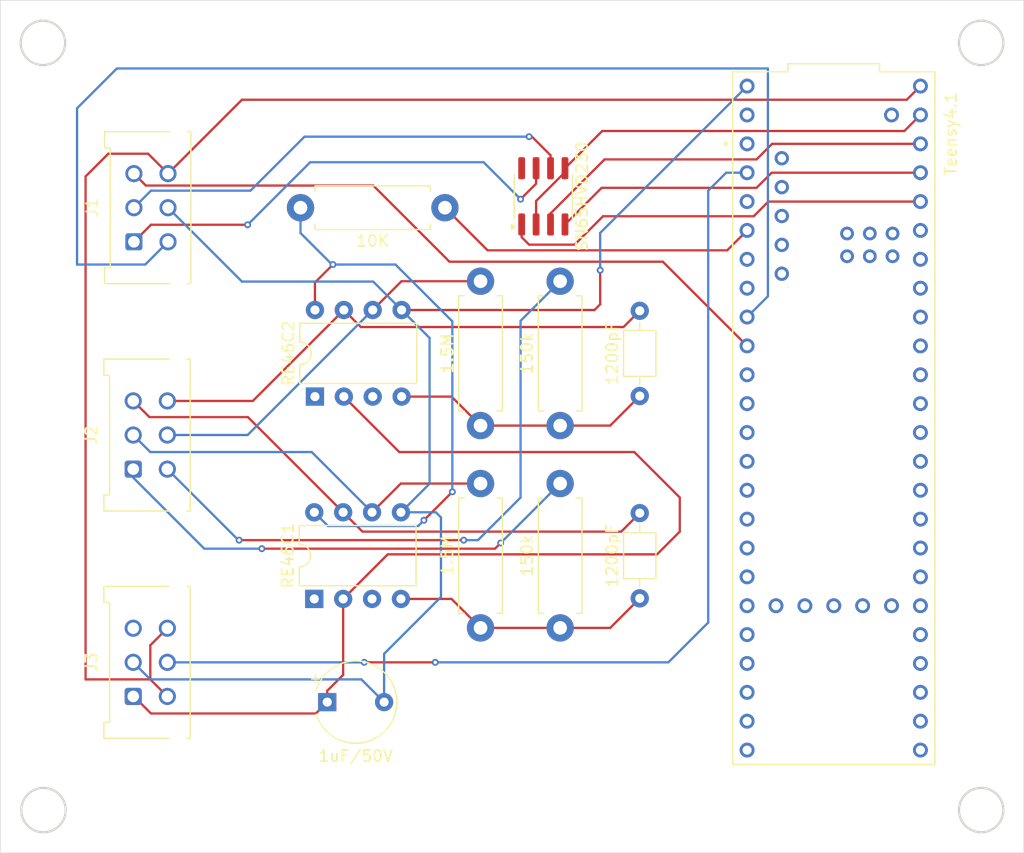
<source format=kicad_pcb>
(kicad_pcb (version 20240108) (generator "pcbnew") (generator_version "8.0")
  (layers (0 "F.Cu" signal) (31 "B.Cu" signal) (34 "B.Paste" user) (35 "F.Paste" user) (36 "B.SilkS" user "B.Silkscreen") (37 "F.SilkS" user "F.Silkscreen") (38 "B.Mask" user) (39 "F.Mask" user) (44 "Edge.Cuts" user))
  (net 0 "")
  (net 1 "Net-(RE46C1-HRNEN)")
  (net 2 "Buzz_Enable")
  (net 3 "Speaker1_G")
  (net 4 "Net-(RE46C1-FEED)")
  (net 5 "Speaker1_F")
  (net 6 "Speaker2_G")
  (net 7 "Net-(RE46C2-FEED)")
  (net 8 "Speaker2_F")
  (net 9 "3.3V")
  (net 10 "Net-(Teensy4.1-CRX1)")
  (net 12 "CANL")
  (net 13 "CANH")
  (net 14 "Net-(Teensy4.1-CTX1)")
  (net 15 "Speaker1_M")
  (net 17 "SPK_12V+")
  (net 19 "Speaker2_M")
  (net 30 "Net-(J1-Pin_3)")
  (net 45 "R2D")
  (net 57 "Net-(J1-Pin_4)")
  (net 61 "/TNSY_5V+")
  (net 62 "Reset")
  (net 63 "Net-(U1-GND)")
  (net 64 "SPK_GND")
  (footprint "Package_DIP:DIP-8_W7.62mm" (layer "F.Cu") (at 138.92 78.62 90)
    (property "Reference" "RE46C2" (at 3.81 -2.33 90) (layer "F.SilkS"))
    (property "Value" "~")
    (fp_line (start 6.46 -1.33) (end 4.81 -1.33) (stroke (width 0.12)) (layer "F.SilkS"))
    (fp_line (start 2.81 -1.33) (end 1.16 -1.33) (stroke (width 0.12)) (layer "F.SilkS"))
    (fp_line (start 1.16 -1.33) (end 1.16 8.95) (stroke (width 0.12)) (layer "F.SilkS"))
    (fp_line (start 6.46 8.95) (end 6.46 -1.33) (stroke (width 0.12)) (layer "F.SilkS"))
    (fp_line (start 1.16 8.95) (end 6.46 8.95) (stroke (width 0.12)) (layer "F.SilkS"))
    (fp_arc (start 4.81 -1.33) (mid 3.81 -0.33) (end 2.81 -1.33) (stroke (width 0.12)) (layer "F.SilkS"))
    (pad "1" thru_hole rect (at 0 0 90) (size 1.6 1.6) (drill 0.8) (layers "*.Cu" "*.Mask"))
    (pad "2" thru_hole oval (at 0 2.54 90) (size 1.6 1.6) (drill 0.8) (layers "*.Cu" "*.Mask") (net 17 "SPK_12V+"))
    (pad "3" thru_hole oval (at 0 5.08 90) (size 1.6 1.6) (drill 0.8) (layers "*.Cu" "*.Mask"))
    (pad "4" thru_hole oval (at 0 7.62 90) (size 1.6 1.6) (drill 0.8) (layers "*.Cu" "*.Mask") (net 7 "Net-(RE46C2-FEED)"))
    (pad "5" thru_hole oval (at 7.62 7.62 90) (size 1.6 1.6) (drill 0.8) (layers "*.Cu" "*.Mask") (net 64 "SPK_GND"))
    (pad "6" thru_hole oval (at 7.62 5.08 90) (size 1.6 1.6) (drill 0.8) (layers "*.Cu" "*.Mask") (net 6 "Speaker2_G"))
    (pad "7" thru_hole oval (at 7.62 2.54 90) (size 1.6 1.6) (drill 0.8) (layers "*.Cu" "*.Mask") (net 19 "Speaker2_M"))
    (pad "8" thru_hole oval (at 7.62 0 90) (size 1.6 1.6) (drill 0.8) (layers "*.Cu" "*.Mask") (net 1 "Net-(RE46C1-HRNEN)"))
  )
  (footprint "Resistor_THT:R_Axial_DIN0411_L9.9mm_D3.6mm_P12.70mm_Horizontal" (layer "F.Cu") (at 153.48 68.47 -90)
    (property "Reference" "R4" (hide yes))
    (property "Value" "1.5M" (at 6.35 2.92 90) (layer "F.SilkS"))
    (fp_line (start 1.28 1.92) (end 11.42 1.92) (stroke (width 0.12)) (layer "F.SilkS"))
    (fp_line (start 11.42 1.92) (end 11.42 1.44) (stroke (width 0.12)) (layer "F.SilkS"))
    (fp_line (start 1.28 1.44) (end 1.28 1.92) (stroke (width 0.12)) (layer "F.SilkS"))
    (fp_line (start 1.28 -1.44) (end 1.28 -1.92) (stroke (width 0.12)) (layer "F.SilkS"))
    (fp_line (start 1.28 -1.92) (end 11.42 -1.92) (stroke (width 0.12)) (layer "F.SilkS"))
    (fp_line (start 11.42 -1.92) (end 11.42 -1.44) (stroke (width 0.12)) (layer "F.SilkS"))
    (pad "1" thru_hole circle (at 0 0 270) (size 2.4 2.4) (drill 1.2) (layers "*.Cu" "*.Mask") (net 6 "Speaker2_G"))
    (pad "2" thru_hole oval (at 12.7 0 270) (size 2.4 2.4) (drill 1.2) (layers "*.Cu" "*.Mask") (net 7 "Net-(RE46C2-FEED)"))
  )
  (footprint "Resistor_THT:R_Axial_DIN0411_L9.9mm_D3.6mm_P12.70mm_Horizontal" (layer "F.Cu") (at 137.65 62)
    (property "Reference" "R1" (hide yes))
    (property "Value" "10K" (at 6.35 2.92 0) (layer "F.SilkS"))
    (fp_line (start 1.28 -1.92) (end 11.42 -1.92) (stroke (width 0.12)) (layer "F.SilkS"))
    (fp_line (start 1.28 -1.44) (end 1.28 -1.92) (stroke (width 0.12)) (layer "F.SilkS"))
    (fp_line (start 1.28 1.44) (end 1.28 1.92) (stroke (width 0.12)) (layer "F.SilkS"))
    (fp_line (start 1.28 1.92) (end 11.42 1.92) (stroke (width 0.12)) (layer "F.SilkS"))
    (fp_line (start 11.42 -1.92) (end 11.42 -1.44) (stroke (width 0.12)) (layer "F.SilkS"))
    (fp_line (start 11.42 1.92) (end 11.42 1.44) (stroke (width 0.12)) (layer "F.SilkS"))
    (pad "1" thru_hole circle (at 0 0) (size 2.4 2.4) (drill 1.2) (layers "*.Cu" "*.Mask") (net 1 "Net-(RE46C1-HRNEN)"))
    (pad "2" thru_hole oval (at 12.7 0) (size 2.4 2.4) (drill 1.2) (layers "*.Cu" "*.Mask") (net 2 "Buzz_Enable"))
  )
  (footprint "Resistor_THT:R_Axial_DIN0411_L9.9mm_D3.6mm_P12.70mm_Horizontal" (layer "F.Cu") (at 160.48 68.47 -90)
    (property "Reference" "R5" (hide yes))
    (property "Value" "150k" (at 6.35 2.92 90) (layer "F.SilkS"))
    (fp_line (start 1.28 1.92) (end 11.42 1.92) (stroke (width 0.12)) (layer "F.SilkS"))
    (fp_line (start 11.42 1.92) (end 11.42 1.44) (stroke (width 0.12)) (layer "F.SilkS"))
    (fp_line (start 1.28 1.44) (end 1.28 1.92) (stroke (width 0.12)) (layer "F.SilkS"))
    (fp_line (start 1.28 -1.44) (end 1.28 -1.92) (stroke (width 0.12)) (layer "F.SilkS"))
    (fp_line (start 1.28 -1.92) (end 11.42 -1.92) (stroke (width 0.12)) (layer "F.SilkS"))
    (fp_line (start 11.42 -1.92) (end 11.42 -1.44) (stroke (width 0.12)) (layer "F.SilkS"))
    (pad "1" thru_hole circle (at 0 0 270) (size 2.4 2.4) (drill 1.2) (layers "*.Cu" "*.Mask") (net 8 "Speaker2_F"))
    (pad "2" thru_hole oval (at 12.7 0 270) (size 2.4 2.4) (drill 1.2) (layers "*.Cu" "*.Mask") (net 7 "Net-(RE46C2-FEED)"))
  )
  (footprint "Capacitor_THT:CP_Radial_Tantal_D7.0mm_P5.00mm" (layer "F.Cu") (at 140 105.5)
    (property "Reference" "C1" (hide yes))
    (property "Value" "1uF/50V" (at 2.5 4.75 0) (layer "F.SilkS"))
    (fp_line (start -1.374723 -2.035) (end -0.674723 -2.035) (stroke (width 0.12)) (layer "F.SilkS"))
    (fp_line (start -1.024723 -2.385) (end -1.024723 -1.685) (stroke (width 0.12)) (layer "F.SilkS"))
    (fp_arc (start -0.961329 -1.06) (mid 6.12 0) (end -0.961329 1.06) (stroke (width 0.12)) (layer "F.SilkS"))
    (pad "1" thru_hole rect (at 0 0) (size 1.6 1.6) (drill 0.8) (layers "*.Cu" "*.Mask") (net 17 "SPK_12V+"))
    (pad "2" thru_hole circle (at 5 0) (size 1.6 1.6) (drill 0.8) (layers "*.Cu" "*.Mask") (net 64 "SPK_GND"))
  )
  (footprint "Resistor_THT:R_Axial_DIN0411_L9.9mm_D3.6mm_P12.70mm_Horizontal" (layer "F.Cu") (at 160.48 86.27 -90)
    (property "Reference" "R3" (hide yes))
    (property "Value" "150k" (at 6.35 2.92 90) (layer "F.SilkS"))
    (fp_line (start 1.28 1.92) (end 11.42 1.92) (stroke (width 0.12)) (layer "F.SilkS"))
    (fp_line (start 11.42 1.92) (end 11.42 1.44) (stroke (width 0.12)) (layer "F.SilkS"))
    (fp_line (start 1.28 1.44) (end 1.28 1.92) (stroke (width 0.12)) (layer "F.SilkS"))
    (fp_line (start 1.28 -1.44) (end 1.28 -1.92) (stroke (width 0.12)) (layer "F.SilkS"))
    (fp_line (start 1.28 -1.92) (end 11.42 -1.92) (stroke (width 0.12)) (layer "F.SilkS"))
    (fp_line (start 11.42 -1.92) (end 11.42 -1.44) (stroke (width 0.12)) (layer "F.SilkS"))
    (pad "1" thru_hole circle (at 0 0 270) (size 2.4 2.4) (drill 1.2) (layers "*.Cu" "*.Mask") (net 5 "Speaker1_F"))
    (pad "2" thru_hole oval (at 12.7 0 270) (size 2.4 2.4) (drill 1.2) (layers "*.Cu" "*.Mask") (net 4 "Net-(RE46C1-FEED)"))
  )
  (footprint "Connector_Molex:Molex_Micro-Fit_3.0_43045-0612_2x03_P3.00mm_Vertical" (layer "F.Cu") (at 122.94 85 90)
    (property "Reference" "J2" (at 3 -3.67 90) (layer "F.SilkS"))
    (property "Value" "Conn_01x06_Socket")
    (fp_line (start 9.685 -2.58) (end 9.685 3.17) (stroke (width 0.12)) (layer "F.SilkS"))
    (fp_line (start 8.265 -2.58) (end 9.685 -2.58) (stroke (width 0.12)) (layer "F.SilkS"))
    (fp_line (start -2.265 -2.58) (end -2.265 -2.08) (stroke (width 0.12)) (layer "F.SilkS"))
    (fp_line (start -3.685 -2.58) (end -2.265 -2.58) (stroke (width 0.12)) (layer "F.SilkS"))
    (fp_line (start 8.265 -2.08) (end 8.265 -2.58) (stroke (width 0.12)) (layer "F.SilkS"))
    (fp_line (start -2.265 -2.08) (end 8.265 -2.08) (stroke (width 0.12)) (layer "F.SilkS"))
    (fp_line (start -3.685 3.17) (end -3.685 -2.58) (stroke (width 0.12)) (layer "F.SilkS"))
    (fp_line (start -3.685 4.71) (end -3.685 5.01) (stroke (width 0.12)) (layer "F.SilkS"))
    (fp_line (start 9.685 5.01) (end 9.685 4.71) (stroke (width 0.12)) (layer "F.SilkS"))
    (fp_line (start -3.685 5.01) (end 9.685 5.01) (stroke (width 0.12)) (layer "F.SilkS"))
    (pad "" np_thru_hole circle (at -3 3.94 90) (size 1.02 1.02) (drill 1.02) (layers "*.Cu" "*.Mask"))
    (pad "" np_thru_hole circle (at 9 3.94 90) (size 1.02 1.02) (drill 1.02) (layers "*.Cu" "*.Mask"))
    (pad "1" thru_hole roundrect (at 0 0 90) (size 1.5 1.5) (drill 1.02) (layers "*.Cu" "*.Mask") (roundrect_rratio 0.166667) (net 5 "Speaker1_F"))
    (pad "2" thru_hole circle (at 3 0 90) (size 1.5 1.5) (drill 1.02) (layers "*.Cu" "*.Mask") (net 3 "Speaker1_G"))
    (pad "3" thru_hole circle (at 6 0 90) (size 1.5 1.5) (drill 1.02) (layers "*.Cu" "*.Mask") (net 15 "Speaker1_M"))
    (pad "4" thru_hole circle (at 0 3 90) (size 1.5 1.5) (drill 1.02) (layers "*.Cu" "*.Mask") (net 8 "Speaker2_F"))
    (pad "5" thru_hole circle (at 3 3 90) (size 1.5 1.5) (drill 1.02) (layers "*.Cu" "*.Mask") (net 6 "Speaker2_G"))
    (pad "6" thru_hole circle (at 6 3 90) (size 1.5 1.5) (drill 1.02) (layers "*.Cu" "*.Mask") (net 19 "Speaker2_M"))
  )
  (footprint "Module:MODULE_DEV-16771" (layer "F.Cu") (at 184.54 80.51 -90)
    (property "Reference" "Teensy4.1" (at -25.01 -10.295 90) (layer "F.SilkS"))
    (property "Value" "~")
    (fp_line (start -30.48 8.89) (end -30.48 4.03) (stroke (width 0.127)) (layer "F.SilkS"))
    (fp_line (start 30.48 8.89) (end -30.48 8.89) (stroke (width 0.127)) (layer "F.SilkS"))
    (fp_line (start -31.18 4.03) (end -31.18 -4.03) (stroke (width 0.127)) (layer "F.SilkS"))
    (fp_line (start -30.48 4.03) (end -31.18 4.03) (stroke (width 0.127)) (layer "F.SilkS"))
    (fp_line (start -30.48 -4.03) (end -31.18 -4.03) (stroke (width 0.127)) (layer "F.SilkS"))
    (fp_line (start -30.48 -8.89) (end -30.48 -4.03) (stroke (width 0.127)) (layer "F.SilkS"))
    (fp_line (start -30.48 -8.89) (end 30.48 -8.89) (stroke (width 0.127)) (layer "F.SilkS"))
    (fp_line (start 30.48 -8.89) (end 30.48 8.89) (stroke (width 0.127)) (layer "F.SilkS"))
    (fp_circle (center -24.13 9.5) (end -24.03 9.5) (stroke (width 0.2)) (fill none) (layer "F.SilkS"))
    (pad "0" thru_hole circle (at -26.67 7.62 270) (size 1.308 1.308) (drill 0.8) (layers "*.Cu" "*.Mask"))
    (pad "1" thru_hole circle (at -24.13 7.62 270) (size 1.308 1.308) (drill 0.8) (layers "*.Cu" "*.Mask"))
    (pad "2" thru_hole circle (at -21.59 7.62 270) (size 1.308 1.308) (drill 0.8) (layers "*.Cu" "*.Mask") (net 45 "R2D"))
    (pad "3" thru_hole circle (at -19.05 7.62 270) (size 1.308 1.308) (drill 0.8) (layers "*.Cu" "*.Mask"))
    (pad "3.3V_1" thru_hole circle (at 6.35 7.62 270) (size 1.308 1.308) (drill 0.8) (layers "*.Cu" "*.Mask"))
    (pad "3.3V_2" thru_hole circle (at -24.13 -7.62 270) (size 1.308 1.308) (drill 0.8) (layers "*.Cu" "*.Mask") (net 9 "3.3V"))
    (pad "3.3V_3" thru_hole circle (at 16.51 2.54 270) (size 1.308 1.308) (drill 0.8) (layers "*.Cu" "*.Mask"))
    (pad "4" thru_hole circle (at -16.51 7.62 270) (size 1.308 1.308) (drill 0.8) (layers "*.Cu" "*.Mask") (net 2 "Buzz_Enable"))
    (pad "5" thru_hole circle (at -13.97 7.62 270) (size 1.308 1.308) (drill 0.8) (layers "*.Cu" "*.Mask"))
    (pad "5V" thru_hole circle (at -22.86 4.57 270) (size 1.258 1.258) (drill 0.75) (layers "*.Cu" "*.Mask"))
    (pad "6" thru_hole circle (at -11.43 7.62 270) (size 1.308 1.308) (drill 0.8) (layers "*.Cu" "*.Mask"))
    (pad "7" thru_hole circle (at -8.89 7.62 270) (size 1.308 1.308) (drill 0.8) (layers "*.Cu" "*.Mask") (net 57 "Net-(J1-Pin_4)"))
    (pad "8" thru_hole circle (at -6.35 7.62 270) (size 1.308 1.308) (drill 0.8) (layers "*.Cu" "*.Mask") (net 30 "Net-(J1-Pin_3)"))
    (pad "9" thru_hole circle (at -3.81 7.62 270) (size 1.308 1.308) (drill 0.8) (layers "*.Cu" "*.Mask"))
    (pad "10" thru_hole circle (at -1.27 7.62 270) (size 1.308 1.308) (drill 0.8) (layers "*.Cu" "*.Mask"))
    (pad "11" thru_hole circle (at 1.27 7.62 270) (size 1.308 1.308) (drill 0.8) (layers "*.Cu" "*.Mask"))
    (pad "12" thru_hole circle (at 3.81 7.62 270) (size 1.308 1.308) (drill 0.8) (layers "*.Cu" "*.Mask"))
    (pad "13" thru_hole circle (at 3.81 -7.62 270) (size 1.308 1.308) (drill 0.8) (layers "*.Cu" "*.Mask"))
    (pad "14" thru_hole circle (at 1.27 -7.62 270) (size 1.308 1.308) (drill 0.8) (layers "*.Cu" "*.Mask"))
    (pad "15" thru_hole circle (at -1.27 -7.62 270) (size 1.308 1.308) (drill 0.8) (layers "*.Cu" "*.Mask"))
    (pad "16" thru_hole circle (at -3.81 -7.62 270) (size 1.308 1.308) (drill 0.8) (layers "*.Cu" "*.Mask"))
    (pad "17" thru_hole circle (at -6.35 -7.62 270) (size 1.308 1.308) (drill 0.8) (layers "*.Cu" "*.Mask"))
    (pad "18" thru_hole circle (at -8.89 -7.62 270) (size 1.308 1.308) (drill 0.8) (layers "*.Cu" "*.Mask"))
    (pad "19" thru_hole circle (at -11.43 -7.62 270) (size 1.308 1.308) (drill 0.8) (layers "*.Cu" "*.Mask"))
    (pad "20" thru_hole circle (at -13.97 -7.62 270) (size 1.308 1.308) (drill 0.8) (layers "*.Cu" "*.Mask"))
    (pad "21" thru_hole circle (at -16.51 -7.62 270) (size 1.308 1.308) (drill 0.8) (layers "*.Cu" "*.Mask"))
    (pad "22" thru_hole circle (at -19.05 -7.62 270) (size 1.308 1.308) (drill 0.8) (layers "*.Cu" "*.Mask") (net 14 "Net-(Teensy4.1-CTX1)"))
    (pad "23" thru_hole circle (at -21.59 -7.62 270) (size 1.308 1.308) (drill 0.8) (layers "*.Cu" "*.Mask") (net 10 "Net-(Teensy4.1-CRX1)"))
    (pad "24" thru_hole circle (at 8.89 7.62 270) (size 1.308 1.308) (drill 0.8) (layers "*.Cu" "*.Mask"))
    (pad "25" thru_hole circle (at 11.43 7.62 270) (size 1.308 1.308) (drill 0.8) (layers "*.Cu" "*.Mask"))
    (pad "26" thru_hole circle (at 13.97 7.62 270) (size 1.308 1.308) (drill 0.8) (layers "*.Cu" "*.Mask"))
    (pad "27" thru_hole circle (at 16.51 7.62 270) (size 1.308 1.308) (drill 0.8) (layers "*.Cu" "*.Mask"))
    (pad "28" thru_hole circle (at 19.05 7.62 270) (size 1.308 1.308) (drill 0.8) (layers "*.Cu" "*.Mask"))
    (pad "29" thru_hole circle (at 21.59 7.62 270) (size 1.308 1.308) (drill 0.8) (layers "*.Cu" "*.Mask"))
    (pad "30" thru_hole circle (at 24.13 7.62 270) (size 1.308 1.308) (drill 0.8) (layers "*.Cu" "*.Mask"))
    (pad "31" thru_hole circle (at 26.67 7.62 270) (size 1.308 1.308) (drill 0.8) (layers "*.Cu" "*.Mask"))
    (pad "32" thru_hole circle (at 29.21 7.62 270) (size 1.308 1.308) (drill 0.8) (layers "*.Cu" "*.Mask"))
    (pad "33" thru_hole circle (at 29.21 -7.62 270) (size 1.308 1.308) (drill 0.8) (layers "*.Cu" "*.Mask"))
    (pad "34" thru_hole circle (at 26.67 -7.62 270) (size 1.308 1.308) (drill 0.8) (layers "*.Cu" "*.Mask"))
    (pad "35" thru_hole circle (at 24.13 -7.62 270) (size 1.308 1.308) (drill 0.8) (layers "*.Cu" "*.Mask"))
    (pad "36" thru_hole circle (at 21.59 -7.62 270) (size 1.308 1.308) (drill 0.8) (layers "*.Cu" "*.Mask"))
    (pad "37" thru_hole circle (at 19.05 -7.62 270) (size 1.308 1.308) (drill 0.8) (layers "*.Cu" "*.Mask"))
    (pad "38" thru_hole circle (at 16.51 -7.62 270) (size 1.308 1.308) (drill 0.8) (layers "*.Cu" "*.Mask"))
    (pad "39" thru_hole circle (at 13.97 -7.62 270) (size 1.308 1.308) (drill 0.8) (layers "*.Cu" "*.Mask"))
    (pad "40" thru_hole circle (at 11.43 -7.62 270) (size 1.308 1.308) (drill 0.8) (layers "*.Cu" "*.Mask"))
    (pad "41" thru_hole circle (at 8.89 -7.62 270) (size 1.308 1.308) (drill 0.8) (layers "*.Cu" "*.Mask"))
    (pad "D+" thru_hole circle (at -17.78 4.57 270) (size 1.258 1.258) (drill 0.75) (layers "*.Cu" "*.Mask"))
    (pad "D-" thru_hole circle (at -20.32 4.57 270) (size 1.258 1.258) (drill 0.75) (layers "*.Cu" "*.Mask"))
    (pad "GND1" thru_hole circle (at -29.21 7.62 270) (size 1.308 1.308) (drill 0.8) (layers "*.Cu" "*.Mask") (net 64 "SPK_GND"))
    (pad "GND2" thru_hole circle (at 6.35 -7.62 270) (size 1.308 1.308) (drill 0.8) (layers "*.Cu" "*.Mask"))
    (pad "GND3" thru_hole circle (at -26.67 -7.62 270) (size 1.308 1.308) (drill 0.8) (layers "*.Cu" "*.Mask") (net 63 "Net-(U1-GND)"))
    (pad "GND4" thru_hole circle (at 16.51 0 270) (size 1.308 1.308) (drill 0.8) (layers "*.Cu" "*.Mask"))
    (pad "GND5" thru_hole circle (at -14.24 -3.17 270) (size 1.208 1.208) (drill 0.7) (layers "*.Cu" "*.Mask"))
    (pad "LED" thru_hole circle (at -16.24 -3.17 270) (size 1.208 1.208) (drill 0.7) (layers "*.Cu" "*.Mask"))
    (pad "ON/OFF" thru_hole circle (at 16.51 -5.08 270) (size 1.308 1.308) (drill 0.8) (layers "*.Cu" "*.Mask"))
    (pad "PROGRAM" thru_hole circle (at 16.51 -2.54 270) (size 1.308 1.308) (drill 0.8) (layers "*.Cu" "*.Mask"))
    (pad "R+" thru_hole circle (at -16.24 -5.17 270) (size 1.208 1.208) (drill 0.7) (layers "*.Cu" "*.Mask"))
    (pad "R-" thru_hole circle (at -14.24 -5.17 270) (size 1.208 1.208) (drill 0.7) (layers "*.Cu" "*.Mask"))
    (pad "T+" thru_hole circle (at -14.24 -1.17 270) (size 1.208 1.208) (drill 0.7) (layers "*.Cu" "*.Mask"))
    (pad "T-" thru_hole circle (at -16.24 -1.17 270) (size 1.208 1.208) (drill 0.7) (layers "*.Cu" "*.Mask"))
    (pad "USB_GND1" thru_hole circle (at -15.24 4.57 270) (size 1.258 1.258) (drill 0.75) (layers "*.Cu" "*.Mask"))
    (pad "USB_GND2" thru_hole circle (at -12.7 4.57 270) (size 1.258 1.258) (drill 0.75) (layers "*.Cu" "*.Mask"))
    (pad "VBAT" thru_hole circle (at 16.51 5.08 270) (size 1.308 1.308) (drill 0.8) (layers "*.Cu" "*.Mask"))
    (pad "VIN" thru_hole circle (at -29.21 -7.62 270) (size 1.308 1.308) (drill 0.8) (layers "*.Cu" "*.Mask") (net 61 "/TNSY_5V+"))
    (pad "VUSB" thru_hole circle (at -26.67 -5.08 270) (size 1.308 1.308) (drill 0.8) (layers "*.Cu" "*.Mask"))
  )
  (footprint "Connector_Molex:Molex_Micro-Fit_3.0_43045-0612_2x03_P3.00mm_Vertical" (layer "F.Cu") (at 123 65 90)
    (property "Reference" "J1" (at 3 -3.67 90) (layer "F.SilkS"))
    (property "Value" "Conn_01x06_Socket")
    (fp_line (start 9.685 -2.58) (end 9.685 3.17) (stroke (width 0.12)) (layer "F.SilkS"))
    (fp_line (start 8.265 -2.58) (end 9.685 -2.58) (stroke (width 0.12)) (layer "F.SilkS"))
    (fp_line (start -2.265 -2.58) (end -2.265 -2.08) (stroke (width 0.12)) (layer "F.SilkS"))
    (fp_line (start -3.685 -2.58) (end -2.265 -2.58) (stroke (width 0.12)) (layer "F.SilkS"))
    (fp_line (start 8.265 -2.08) (end 8.265 -2.58) (stroke (width 0.12)) (layer "F.SilkS"))
    (fp_line (start -2.265 -2.08) (end 8.265 -2.08) (stroke (width 0.12)) (layer "F.SilkS"))
    (fp_line (start -3.685 3.17) (end -3.685 -2.58) (stroke (width 0.12)) (layer "F.SilkS"))
    (fp_line (start -3.685 4.71) (end -3.685 5.01) (stroke (width 0.12)) (layer "F.SilkS"))
    (fp_line (start 9.685 5.01) (end 9.685 4.71) (stroke (width 0.12)) (layer "F.SilkS"))
    (fp_line (start -3.685 5.01) (end 9.685 5.01) (stroke (width 0.12)) (layer "F.SilkS"))
    (pad "" np_thru_hole circle (at -3 3.94 90) (size 1.02 1.02) (drill 1.02) (layers "*.Cu" "*.Mask"))
    (pad "" np_thru_hole circle (at 9 3.94 90) (size 1.02 1.02) (drill 1.02) (layers "*.Cu" "*.Mask"))
    (pad "1" thru_hole roundrect (at 0 0 90) (size 1.5 1.5) (drill 1.02) (layers "*.Cu" "*.Mask") (roundrect_rratio 0.166667) (net 13 "CANH"))
    (pad "2" thru_hole circle (at 3 0 90) (size 1.5 1.5) (drill 1.02) (layers "*.Cu" "*.Mask") (net 12 "CANL"))
    (pad "3" thru_hole circle (at 6 0 90) (size 1.5 1.5) (drill 1.02) (layers "*.Cu" "*.Mask") (net 30 "Net-(J1-Pin_3)"))
    (pad "4" thru_hole circle (at 0 3 90) (size 1.5 1.5) (drill 1.02) (layers "*.Cu" "*.Mask") (net 57 "Net-(J1-Pin_4)"))
    (pad "5" thru_hole circle (at 3 3 90) (size 1.5 1.5) (drill 1.02) (layers "*.Cu" "*.Mask") (net 64 "SPK_GND"))
    (pad "6" thru_hole circle (at 6 3 90) (size 1.5 1.5) (drill 1.02) (layers "*.Cu" "*.Mask") (net 61 "/TNSY_5V+"))
  )
  (footprint "Resistor_THT:R_Axial_DIN0411_L9.9mm_D3.6mm_P12.70mm_Horizontal" (layer "F.Cu") (at 153.48 86.27 -90)
    (property "Reference" "R2" (hide yes))
    (property "Value" "1.5M" (at 6.35 2.92 90) (layer "F.SilkS"))
    (fp_line (start 1.28 1.92) (end 11.42 1.92) (stroke (width 0.12)) (layer "F.SilkS"))
    (fp_line (start 11.42 1.92) (end 11.42 1.44) (stroke (width 0.12)) (layer "F.SilkS"))
    (fp_line (start 1.28 1.44) (end 1.28 1.92) (stroke (width 0.12)) (layer "F.SilkS"))
    (fp_line (start 1.28 -1.44) (end 1.28 -1.92) (stroke (width 0.12)) (layer "F.SilkS"))
    (fp_line (start 1.28 -1.92) (end 11.42 -1.92) (stroke (width 0.12)) (layer "F.SilkS"))
    (fp_line (start 11.42 -1.92) (end 11.42 -1.44) (stroke (width 0.12)) (layer "F.SilkS"))
    (pad "1" thru_hole circle (at 0 0 270) (size 2.4 2.4) (drill 1.2) (layers "*.Cu" "*.Mask") (net 3 "Speaker1_G"))
    (pad "2" thru_hole oval (at 12.7 0 270) (size 2.4 2.4) (drill 1.2) (layers "*.Cu" "*.Mask") (net 4 "Net-(RE46C1-FEED)"))
  )
  (footprint "Package_SO:SOIC-8_3.9x4.9mm_P1.27mm" (layer "F.Cu") (at 159 61 90)
    (property "Reference" "U1" (hide yes))
    (property "Value" "SN65HVD230" (at 0 3.4 90) (layer "F.SilkS"))
    (fp_line (start 0 -2.56) (end 1.95 -2.56) (stroke (width 0.12)) (layer "F.SilkS"))
    (fp_line (start 0 -2.56) (end -1.95 -2.56) (stroke (width 0.12)) (layer "F.SilkS"))
    (fp_line (start 0 2.56) (end 1.95 2.56) (stroke (width 0.12)) (layer "F.SilkS"))
    (fp_line (start 0 2.56) (end -1.95 2.56) (stroke (width 0.12)) (layer "F.SilkS"))
    (fp_poly (pts (xy -2.7 -2.465) (xy -2.94 -2.795) (xy -2.46 -2.795) (xy -2.7 -2.465)) (stroke (width 0.12)) (fill solid) (layer "F.SilkS"))
    (pad "1" smd roundrect (at -2.475 -1.905 90) (size 1.95 0.6) (layers "F.Cu" "F.Paste" "F.Mask") (net 14 "Net-(Teensy4.1-CTX1)"))
    (pad "2" smd roundrect (at -2.475 -0.635 90) (size 1.95 0.6) (layers "F.Cu" "F.Paste" "F.Mask") (net 63 "Net-(U1-GND)"))
    (pad "3" smd roundrect (at -2.475 0.635 90) (size 1.95 0.6) (layers "F.Cu" "F.Paste" "F.Mask") (net 9 "3.3V"))
    (pad "4" smd roundrect (at -2.475 1.905 90) (size 1.95 0.6) (layers "F.Cu" "F.Paste" "F.Mask") (net 10 "Net-(Teensy4.1-CRX1)"))
    (pad "5" smd roundrect (at 2.475 1.905 90) (size 1.95 0.6) (layers "F.Cu" "F.Paste" "F.Mask") (net 63 "Net-(U1-GND)"))
    (pad "6" smd roundrect (at 2.475 0.635 90) (size 1.95 0.6) (layers "F.Cu" "F.Paste" "F.Mask") (net 12 "CANL"))
    (pad "7" smd roundrect (at 2.475 -0.635 90) (size 1.95 0.6) (layers "F.Cu" "F.Paste" "F.Mask") (net 13 "CANH"))
    (pad "8" smd roundrect (at 2.475 -1.905 90) (size 1.95 0.6) (layers "F.Cu" "F.Paste" "F.Mask"))
  )
  (footprint "Package_DIP:DIP-8_W7.62mm" (layer "F.Cu") (at 138.86 96.42 90)
    (property "Reference" "RE46C1" (at 3.81 -2.33 90) (layer "F.SilkS"))
    (property "Value" "~")
    (fp_line (start 6.46 -1.33) (end 4.81 -1.33) (stroke (width 0.12)) (layer "F.SilkS"))
    (fp_line (start 2.81 -1.33) (end 1.16 -1.33) (stroke (width 0.12)) (layer "F.SilkS"))
    (fp_line (start 1.16 -1.33) (end 1.16 8.95) (stroke (width 0.12)) (layer "F.SilkS"))
    (fp_line (start 6.46 8.95) (end 6.46 -1.33) (stroke (width 0.12)) (layer "F.SilkS"))
    (fp_line (start 1.16 8.95) (end 6.46 8.95) (stroke (width 0.12)) (layer "F.SilkS"))
    (fp_arc (start 4.81 -1.33) (mid 3.81 -0.33) (end 2.81 -1.33) (stroke (width 0.12)) (layer "F.SilkS"))
    (pad "1" thru_hole rect (at 0 0 90) (size 1.6 1.6) (drill 0.8) (layers "*.Cu" "*.Mask"))
    (pad "2" thru_hole oval (at 0 2.54 90) (size 1.6 1.6) (drill 0.8) (layers "*.Cu" "*.Mask") (net 17 "SPK_12V+"))
    (pad "3" thru_hole oval (at 0 5.08 90) (size 1.6 1.6) (drill 0.8) (layers "*.Cu" "*.Mask"))
    (pad "4" thru_hole oval (at 0 7.62 90) (size 1.6 1.6) (drill 0.8) (layers "*.Cu" "*.Mask") (net 4 "Net-(RE46C1-FEED)"))
    (pad "5" thru_hole oval (at 7.62 7.62 90) (size 1.6 1.6) (drill 0.8) (layers "*.Cu" "*.Mask") (net 64 "SPK_GND"))
    (pad "6" thru_hole oval (at 7.62 5.08 90) (size 1.6 1.6) (drill 0.8) (layers "*.Cu" "*.Mask") (net 3 "Speaker1_G"))
    (pad "7" thru_hole oval (at 7.62 2.54 90) (size 1.6 1.6) (drill 0.8) (layers "*.Cu" "*.Mask") (net 15 "Speaker1_M"))
    (pad "8" thru_hole oval (at 7.62 0 90) (size 1.6 1.6) (drill 0.8) (layers "*.Cu" "*.Mask") (net 1 "Net-(RE46C1-HRNEN)"))
  )
  (footprint "Connector_Molex:Molex_Micro-Fit_3.0_43045-0612_2x03_P3.00mm_Vertical" (layer "F.Cu") (at 122.94 105 90)
    (property "Reference" "J3" (at 3 -3.67 90) (layer "F.SilkS"))
    (property "Value" "Conn_01x06_Socket")
    (fp_line (start 9.685 -2.58) (end 9.685 3.17) (stroke (width 0.12)) (layer "F.SilkS"))
    (fp_line (start 8.265 -2.58) (end 9.685 -2.58) (stroke (width 0.12)) (layer "F.SilkS"))
    (fp_line (start -2.265 -2.58) (end -2.265 -2.08) (stroke (width 0.12)) (layer "F.SilkS"))
    (fp_line (start -3.685 -2.58) (end -2.265 -2.58) (stroke (width 0.12)) (layer "F.SilkS"))
    (fp_line (start 8.265 -2.08) (end 8.265 -2.58) (stroke (width 0.12)) (layer "F.SilkS"))
    (fp_line (start -2.265 -2.08) (end 8.265 -2.08) (stroke (width 0.12)) (layer "F.SilkS"))
    (fp_line (start -3.685 3.17) (end -3.685 -2.58) (stroke (width 0.12)) (layer "F.SilkS"))
    (fp_line (start -3.685 4.71) (end -3.685 5.01) (stroke (width 0.12)) (layer "F.SilkS"))
    (fp_line (start 9.685 5.01) (end 9.685 4.71) (stroke (width 0.12)) (layer "F.SilkS"))
    (fp_line (start -3.685 5.01) (end 9.685 5.01) (stroke (width 0.12)) (layer "F.SilkS"))
    (pad "" np_thru_hole circle (at -3 3.94 90) (size 1.02 1.02) (drill 1.02) (layers "*.Cu" "*.Mask"))
    (pad "" np_thru_hole circle (at 9 3.94 90) (size 1.02 1.02) (drill 1.02) (layers "*.Cu" "*.Mask"))
    (pad "1" thru_hole roundrect (at 0 0 90) (size 1.5 1.5) (drill 1.02) (layers "*.Cu" "*.Mask") (roundrect_rratio 0.166667) (net 17 "SPK_12V+"))
    (pad "2" thru_hole circle (at 3 0 90) (size 1.5 1.5) (drill 1.02) (layers "*.Cu" "*.Mask") (net 64 "SPK_GND"))
    (pad "3" thru_hole circle (at 6 0 90) (size 1.5 1.5) (drill 1.02) (layers "*.Cu" "*.Mask") (net 62 "Reset"))
    (pad "4" thru_hole circle (at 0 3 90) (size 1.5 1.5) (drill 1.02) (layers "*.Cu" "*.Mask") (net 61 "/TNSY_5V+"))
    (pad "5" thru_hole circle (at 3 3 90) (size 1.5 1.5) (drill 1.02) (layers "*.Cu" "*.Mask") (net 45 "R2D"))
    (pad "6" thru_hole circle (at 6 3 90) (size 1.5 1.5) (drill 1.02) (layers "*.Cu" "*.Mask") (net 61 "/TNSY_5V+"))
  )
  (footprint "Capacitor_THT:C_Axial_L3.8mm_D2.6mm_P7.50mm_Horizontal" (layer "F.Cu") (at 167.48 88.87 -90)
    (property "Reference" "C2" (hide yes))
    (property "Value" "1200pF" (at 3.75 2.42 90) (layer "F.SilkS"))
    (fp_line (start 1.73 1.42) (end 5.77 1.42) (stroke (width 0.12)) (layer "F.SilkS"))
    (fp_line (start 5.77 1.42) (end 5.77 -1.42) (stroke (width 0.12)) (layer "F.SilkS"))
    (fp_line (start 1.04 0) (end 1.73 0) (stroke (width 0.12)) (layer "F.SilkS"))
    (fp_line (start 6.46 0) (end 5.77 0) (stroke (width 0.12)) (layer "F.SilkS"))
    (fp_line (start 1.73 -1.42) (end 1.73 1.42) (stroke (width 0.12)) (layer "F.SilkS"))
    (fp_line (start 5.77 -1.42) (end 1.73 -1.42) (stroke (width 0.12)) (layer "F.SilkS"))
    (pad "1" thru_hole circle (at 0 0 270) (size 1.6 1.6) (drill 0.8) (layers "*.Cu" "*.Mask") (net 15 "Speaker1_M"))
    (pad "2" thru_hole oval (at 7.5 0 270) (size 1.6 1.6) (drill 0.8) (layers "*.Cu" "*.Mask") (net 4 "Net-(RE46C1-FEED)"))
  )
  (footprint "Capacitor_THT:C_Axial_L3.8mm_D2.6mm_P7.50mm_Horizontal" (layer "F.Cu") (at 167.48 71.07 -90)
    (property "Reference" "C3" (hide yes))
    (property "Value" "1200pF" (at 3.75 2.42 90) (layer "F.SilkS"))
    (fp_line (start 1.73 1.42) (end 5.77 1.42) (stroke (width 0.12)) (layer "F.SilkS"))
    (fp_line (start 5.77 1.42) (end 5.77 -1.42) (stroke (width 0.12)) (layer "F.SilkS"))
    (fp_line (start 1.04 0) (end 1.73 0) (stroke (width 0.12)) (layer "F.SilkS"))
    (fp_line (start 6.46 0) (end 5.77 0) (stroke (width 0.12)) (layer "F.SilkS"))
    (fp_line (start 1.73 -1.42) (end 1.73 1.42) (stroke (width 0.12)) (layer "F.SilkS"))
    (fp_line (start 5.77 -1.42) (end 1.73 -1.42) (stroke (width 0.12)) (layer "F.SilkS"))
    (pad "1" thru_hole circle (at 0 0 270) (size 1.6 1.6) (drill 0.8) (layers "*.Cu" "*.Mask") (net 19 "Speaker2_M"))
    (pad "2" thru_hole oval (at 7.5 0 270) (size 1.6 1.6) (drill 0.8) (layers "*.Cu" "*.Mask") (net 7 "Net-(RE46C2-FEED)"))
  )
  (gr_line (start 111.25 118.75) (end 111.25 43.75) (stroke (width 0.05)) (layer "Edge.Cuts"))
  (gr_circle (center 115 47.5) (end 116.952562 47.5) (stroke (width 0.2)) (fill none) (layer "Edge.Cuts"))
  (gr_line (start 111.25 43.75) (end 201.25 43.75) (stroke (width 0.05)) (layer "Edge.Cuts"))
  (gr_line (start 201.25 43.75) (end 201.25 118.75) (stroke (width 0.05)) (layer "Edge.Cuts"))
  (gr_circle (center 197.5 47.5) (end 199.452562 47.5) (stroke (width 0.2)) (fill none) (layer "Edge.Cuts"))
  (gr_circle (center 197.5 115) (end 199.452562 115) (stroke (width 0.2)) (fill none) (layer "Edge.Cuts"))
  (gr_circle (center 115.047438 115) (end 117 115) (stroke (width 0.2)) (fill none) (layer "Edge.Cuts"))
  (gr_line (start 201.25 118.75) (end 111.25 118.75) (stroke (width 0.05)) (layer "Edge.Cuts"))
  (segment (start 138.92 68.58) (end 138.92 71) (width 0.2) (layer "F.Cu") (net 1))
  (segment (start 148.5 89.5) (end 151 87) (width 0.2) (layer "F.Cu") (net 1))
  (segment (start 140.5 67) (end 138.92 68.58) (width 0.2) (layer "F.Cu") (net 1))
  (via (at 148.5 89.5) (size 0.6) (drill 0.3) (layers "F.Cu" "B.Cu") (net 1))
  (via (at 151 87) (size 0.6) (drill 0.3) (layers "F.Cu" "B.Cu") (net 1))
  (via (at 140.5 67) (size 0.6) (drill 0.3) (layers "F.Cu" "B.Cu") (net 1))
  (segment (start 148 90) (end 140.06 90) (width 0.2) (layer "B.Cu") (net 1))
  (segment (start 140.06 90) (end 138.86 88.8) (width 0.2) (layer "B.Cu") (net 1))
  (segment (start 151 72) (end 151 87) (width 0.2) (layer "B.Cu") (net 1))
  (segment (start 137.65 62) (end 137.65 64.23) (width 0.2) (layer "B.Cu") (net 1))
  (segment (start 148.5 89.5) (end 148 90) (width 0.2) (layer "B.Cu") (net 1))
  (segment (start 140.42 67) (end 140.5 67) (width 0.2) (layer "B.Cu") (net 1))
  (segment (start 146 67) (end 151 72) (width 0.2) (layer "B.Cu") (net 1))
  (segment (start 140.5 67) (end 146 67) (width 0.2) (layer "B.Cu") (net 1))
  (segment (start 137.65 64.23) (end 140.42 67) (width 0.2) (layer "B.Cu") (net 1))
  (segment (start 176.92 64) (end 175.17 65.75) (width 0.2) (layer "F.Cu") (net 2))
  (segment (start 175.17 65.75) (end 154.1 65.75) (width 0.2) (layer "F.Cu") (net 2))
  (segment (start 154.1 65.75) (end 150.35 62) (width 0.2) (layer "F.Cu") (net 2))
  (segment (start 146.47 86.27) (end 153.48 86.27) (width 0.2) (layer "F.Cu") (net 3))
  (segment (start 143.94 88.8) (end 146.47 86.27) (width 0.2) (layer "F.Cu") (net 3))
  (segment (start 122.94 82) (end 124.44 83.5) (width 0.2) (layer "B.Cu") (net 3))
  (segment (start 124.44 83.5) (end 138.64 83.5) (width 0.2) (layer "B.Cu") (net 3))
  (segment (start 138.64 83.5) (end 143.94 88.8) (width 0.2) (layer "B.Cu") (net 3))
  (segment (start 150.93 96.42) (end 153.48 98.97) (width 0.2) (layer "F.Cu") (net 4))
  (segment (start 153.48 98.97) (end 160.48 98.97) (width 0.2) (layer "F.Cu") (net 4))
  (segment (start 164.88 98.97) (end 167.48 96.37) (width 0.2) (layer "F.Cu") (net 4))
  (segment (start 146.48 96.42) (end 150.93 96.42) (width 0.2) (layer "F.Cu") (net 4))
  (segment (start 160.48 98.97) (end 164.88 98.97) (width 0.2) (layer "F.Cu") (net 4))
  (segment (start 134.25 92) (end 154.75 92) (width 0.2) (layer "F.Cu") (net 5))
  (segment (start 154.75 92) (end 155.25 91.5) (width 0.2) (layer "F.Cu") (net 5))
  (via (at 134.25 92) (size 0.6) (drill 0.3) (layers "F.Cu" "B.Cu") (net 5))
  (via (at 155.25 91.5) (size 0.6) (drill 0.3) (layers "F.Cu" "B.Cu") (net 5))
  (segment (start 122.94 85.749999) (end 129.190001 92) (width 0.2) (layer "B.Cu") (net 5))
  (segment (start 122.94 85) (end 122.94 85.749999) (width 0.2) (layer "B.Cu") (net 5))
  (segment (start 129.190001 92) (end 134.25 92) (width 0.2) (layer "B.Cu") (net 5))
  (segment (start 155.25 91.5) (end 160.48 86.27) (width 0.2) (layer "B.Cu") (net 5))
  (segment (start 146.53 68.47) (end 153.48 68.47) (width 0.2) (layer "F.Cu") (net 6))
  (segment (start 144 71) (end 146.53 68.47) (width 0.2) (layer "F.Cu") (net 6))
  (segment (start 125.94 82) (end 133 82) (width 0.2) (layer "B.Cu") (net 6))
  (segment (start 133 82) (end 144 71) (width 0.2) (layer "B.Cu") (net 6))
  (segment (start 146.54 78.62) (end 150.93 78.62) (width 0.2) (layer "F.Cu") (net 7))
  (segment (start 164.88 81.17) (end 167.48 78.57) (width 0.2) (layer "F.Cu") (net 7))
  (segment (start 160.48 81.17) (end 164.88 81.17) (width 0.2) (layer "F.Cu") (net 7))
  (segment (start 153.48 81.17) (end 160.48 81.17) (width 0.2) (layer "F.Cu") (net 7))
  (segment (start 150.93 78.62) (end 153.48 81.17) (width 0.2) (layer "F.Cu") (net 7))
  (segment (start 132.25 91.25) (end 152 91.25) (width 0.2) (layer "F.Cu") (net 8))
  (via (at 152 91.25) (size 0.6) (drill 0.3) (layers "F.Cu" "B.Cu") (net 8))
  (via (at 132.25 91.25) (size 0.6) (drill 0.3) (layers "F.Cu" "B.Cu") (net 8))
  (segment (start 132.25 91.25) (end 132.25 91.31) (width 0.2) (layer "B.Cu") (net 8))
  (segment (start 157 71.95) (end 160.48 68.47) (width 0.2) (layer "B.Cu") (net 8))
  (segment (start 125.94 85) (end 132.19 91.25) (width 0.2) (layer "B.Cu") (net 8))
  (segment (start 157 87.5) (end 157 71.95) (width 0.2) (layer "B.Cu") (net 8))
  (segment (start 132.19 91.25) (end 132.25 91.25) (width 0.2) (layer "B.Cu") (net 8))
  (segment (start 153.25 91.25) (end 157 87.5) (width 0.2) (layer "B.Cu") (net 8))
  (segment (start 152 91.25) (end 153.25 91.25) (width 0.2) (layer "B.Cu") (net 8))
  (segment (start 132.25 91.31) (end 132.19 91.25) (width 0.2) (layer "B.Cu") (net 8))
  (segment (start 159.635 62.500001) (end 159.635 63.475) (width 0.2) (layer "F.Cu") (net 9))
  (segment (start 164.385001 57.75) (end 159.635 62.500001) (width 0.2) (layer "F.Cu") (net 9))
  (segment (start 177.75 57.75) (end 164.385001 57.75) (width 0.2) (layer "F.Cu") (net 9))
  (segment (start 179.12 56.38) (end 177.75 57.75) (width 0.2) (layer "F.Cu") (net 9))
  (segment (start 192.16 56.38) (end 179.12 56.38) (width 0.2) (layer "F.Cu") (net 9))
  (segment (start 179.08 58.92) (end 177.75 60.25) (width 0.2) (layer "F.Cu") (net 10))
  (segment (start 192.16 58.92) (end 179.08 58.92) (width 0.2) (layer "F.Cu") (net 10))
  (segment (start 177.75 60.25) (end 164.13 60.25) (width 0.2) (layer "F.Cu") (net 10))
  (segment (start 164.13 60.25) (end 160.905 63.475) (width 0.2) (layer "F.Cu") (net 10))
  (segment (start 159.635 57.385) (end 159.635 58.525) (width 0.2) (layer "F.Cu") (net 12))
  (segment (start 157.75 55.75) (end 158 55.75) (width 0.2) (layer "F.Cu") (net 12))
  (segment (start 158 55.75) (end 159.635 57.385) (width 0.2) (layer "F.Cu") (net 12))
  (via (at 157.75 55.75) (size 0.6) (drill 0.3) (layers "F.Cu" "B.Cu") (net 12))
  (segment (start 124.5 60.5) (end 133.25 60.5) (width 0.2) (layer "B.Cu") (net 12))
  (segment (start 133.25 60.5) (end 138 55.75) (width 0.2) (layer "B.Cu") (net 12))
  (segment (start 123 62) (end 124.5 60.5) (width 0.2) (layer "B.Cu") (net 12))
  (segment (start 138 55.75) (end 157.75 55.75) (width 0.2) (layer "B.Cu") (net 12))
  (segment (start 157 61.25) (end 158.365 59.885) (width 0.2) (layer "F.Cu") (net 13))
  (segment (start 158.365 59.885) (end 158.365 58.525) (width 0.2) (layer "F.Cu") (net 13))
  (segment (start 123 65) (end 124.5 63.5) (width 0.2) (layer "F.Cu") (net 13))
  (segment (start 124.5 63.5) (end 133 63.5) (width 0.2) (layer "F.Cu") (net 13))
  (via (at 157 61.25) (size 0.6) (drill 0.3) (layers "F.Cu" "B.Cu") (net 13))
  (via (at 133 63.5) (size 0.6) (drill 0.3) (layers "F.Cu" "B.Cu") (net 13))
  (segment (start 153.75 58) (end 157 61.25) (width 0.2) (layer "B.Cu") (net 13))
  (segment (start 138.5 58) (end 153.75 58) (width 0.2) (layer "B.Cu") (net 13))
  (segment (start 133 63.5) (end 138.5 58) (width 0.2) (layer "B.Cu") (net 13))
  (segment (start 178.79 61.46) (end 177.5 62.75) (width 0.2) (layer "F.Cu") (net 14))
  (segment (start 157.75 65.25) (end 157.095 64.595) (width 0.2) (layer "F.Cu") (net 14))
  (segment (start 177.5 62.75) (end 164.25 62.75) (width 0.2) (layer "F.Cu") (net 14))
  (segment (start 157.095 64.595) (end 157.095 63.475) (width 0.2) (layer "F.Cu") (net 14))
  (segment (start 161.75 65.25) (end 157.75 65.25) (width 0.2) (layer "F.Cu") (net 14))
  (segment (start 192.16 61.46) (end 178.79 61.46) (width 0.2) (layer "F.Cu") (net 14))
  (segment (start 164.25 62.75) (end 161.75 65.25) (width 0.2) (layer "F.Cu") (net 14))
  (segment (start 141.4 88.8) (end 133.024925 80.424925) (width 0.2) (layer "F.Cu") (net 15))
  (segment (start 133.024925 80.424925) (end 124.364925 80.424925) (width 0.2) (layer "F.Cu") (net 15))
  (segment (start 124.364925 80.424925) (end 122.94 79) (width 0.2) (layer "F.Cu") (net 15))
  (segment (start 143.1 90.5) (end 141.4 88.8) (width 0.2) (layer "F.Cu") (net 15))
  (segment (start 165.85 90.5) (end 143.1 90.5) (width 0.2) (layer "F.Cu") (net 15))
  (segment (start 167.48 88.87) (end 165.85 90.5) (width 0.2) (layer "F.Cu") (net 15))
  (segment (start 123 105) (end 124.5 106.5) (width 0.2) (layer "F.Cu") (net 17))
  (segment (start 171 90.5) (end 171 87.5) (width 0.2) (layer "F.Cu") (net 17))
  (segment (start 141.4 96.42) (end 145.32 92.5) (width 0.2) (layer "F.Cu") (net 17))
  (segment (start 124.5 106.5) (end 139 106.5) (width 0.2) (layer "F.Cu") (net 17))
  (segment (start 122.94 105) (end 123 105) (width 0.2) (layer "F.Cu") (net 17))
  (segment (start 169 92.5) (end 171 90.5) (width 0.2) (layer "F.Cu") (net 17))
  (segment (start 171 87.5) (end 167 83.5) (width 0.2) (layer "F.Cu") (net 17))
  (segment (start 140 104.5) (end 141.4 103.1) (width 0.2) (layer "F.Cu") (net 17))
  (segment (start 145.32 92.5) (end 169 92.5) (width 0.2) (layer "F.Cu") (net 17))
  (segment (start 140 105.5) (end 140 104.5) (width 0.2) (layer "F.Cu") (net 17))
  (segment (start 141.4 103.1) (end 141.4 96.42) (width 0.2) (layer "F.Cu") (net 17))
  (segment (start 167 83.5) (end 146.34 83.5) (width 0.2) (layer "F.Cu") (net 17))
  (segment (start 139 106.5) (end 140 105.5) (width 0.2) (layer "F.Cu") (net 17))
  (segment (start 146.34 83.5) (end 141.46 78.62) (width 0.2) (layer "F.Cu") (net 17))
  (segment (start 167.48 71.07) (end 166.05 72.5) (width 0.2) (layer "F.Cu") (net 19))
  (segment (start 166.05 72.5) (end 142.96 72.5) (width 0.2) (layer "F.Cu") (net 19))
  (segment (start 142.96 72.5) (end 141.46 71) (width 0.2) (layer "F.Cu") (net 19))
  (segment (start 141.46 71) (end 133.46 79) (width 0.2) (layer "F.Cu") (net 19))
  (segment (start 133.46 79) (end 125.94 79) (width 0.2) (layer "F.Cu") (net 19))
  (segment (start 169.51 66.75) (end 176.92 74.16) (width 0.2) (layer "F.Cu") (net 30))
  (segment (start 123 59) (end 124.05 60.05) (width 0.2) (layer "F.Cu") (net 30))
  (segment (start 150.75 66.75) (end 169.51 66.75) (width 0.2) (layer "F.Cu") (net 30))
  (segment (start 124.05 60.05) (end 144.05 60.05) (width 0.2) (layer "F.Cu") (net 30))
  (segment (start 144.05 60.05) (end 150.75 66.75) (width 0.2) (layer "F.Cu") (net 30))
  (segment (start 143.25 102) (end 149.5 102) (width 0.2) (layer "F.Cu") (net 45))
  (via (at 143.25 102) (size 0.6) (drill 0.3) (layers "F.Cu" "B.Cu") (net 45))
  (via (at 149.5 102) (size 0.6) (drill 0.3) (layers "F.Cu" "B.Cu") (net 45))
  (segment (start 149.5 102) (end 170 102) (width 0.2) (layer "B.Cu") (net 45))
  (segment (start 173.5 60.5) (end 175.08 58.92) (width 0.2) (layer "B.Cu") (net 45))
  (segment (start 170 102) (end 173.5 98.5) (width 0.2) (layer "B.Cu") (net 45))
  (segment (start 173.5 98.5) (end 173.5 60.5) (width 0.2) (layer "B.Cu") (net 45))
  (segment (start 125.94 102) (end 143.25 102) (width 0.2) (layer "B.Cu") (net 45))
  (segment (start 175.08 58.92) (end 176.92 58.92) (width 0.2) (layer "B.Cu") (net 45))
  (segment (start 178.75 49.75) (end 178.75 69.79) (width 0.2) (layer "B.Cu") (net 57))
  (segment (start 121.5 49.75) (end 178.75 49.75) (width 0.2) (layer "B.Cu") (net 57))
  (segment (start 178.75 69.79) (end 176.92 71.62) (width 0.2) (layer "B.Cu") (net 57))
  (segment (start 118 53.25) (end 121.5 49.75) (width 0.2) (layer "B.Cu") (net 57))
  (segment (start 124 67) (end 118 67) (width 0.2) (layer "B.Cu") (net 57))
  (segment (start 126 65) (end 124 67) (width 0.2) (layer "B.Cu") (net 57))
  (segment (start 118 67) (end 118 53.25) (width 0.2) (layer "B.Cu") (net 57))
  (segment (start 118.75 103.5) (end 118.75 59.25) (width 0.2) (layer "F.Cu") (net 61))
  (segment (start 120.75 57.25) (end 124.25 57.25) (width 0.2) (layer "F.Cu") (net 61))
  (segment (start 124.25 57.25) (end 126 59) (width 0.2) (layer "F.Cu") (net 61))
  (segment (start 124.44 103.5) (end 118.75 103.5) (width 0.2) (layer "F.Cu") (net 61))
  (segment (start 124.44 100.5) (end 124.44 103.5) (width 0.2) (layer "F.Cu") (net 61))
  (segment (start 132.5 52.5) (end 126 59) (width 0.2) (layer "F.Cu") (net 61))
  (segment (start 190.96 52.5) (end 132.5 52.5) (width 0.2) (layer "F.Cu") (net 61))
  (segment (start 125.94 105) (end 124.44 103.5) (width 0.2) (layer "F.Cu") (net 61))
  (segment (start 118.75 59.25) (end 120.75 57.25) (width 0.2) (layer "F.Cu") (net 61))
  (segment (start 192.16 51.3) (end 190.96 52.5) (width 0.2) (layer "F.Cu") (net 61))
  (segment (start 125.94 99) (end 124.44 100.5) (width 0.2) (layer "F.Cu") (net 61))
  (segment (start 192.16 53.84) (end 190.75 55.25) (width 0.2) (layer "F.Cu") (net 63))
  (segment (start 160.905 58.870552) (end 160.905 58.525) (width 0.2) (layer "F.Cu") (net 63))
  (segment (start 158.365 61.410552) (end 160.905 58.870552) (width 0.2) (layer "F.Cu") (net 63))
  (segment (start 164.18 55.25) (end 160.905 58.525) (width 0.2) (layer "F.Cu") (net 63))
  (segment (start 158.365 63.475) (end 158.365 61.410552) (width 0.2) (layer "F.Cu") (net 63))
  (segment (start 190.75 55.25) (end 164.18 55.25) (width 0.2) (layer "F.Cu") (net 63))
  (segment (start 146.54 71) (end 163.5 71) (width 0.2) (layer "F.Cu") (net 64))
  (segment (start 163.5 71) (end 164 70.5) (width 0.2) (layer "F.Cu") (net 64))
  (segment (start 164 70.5) (end 164 67.5) (width 0.2) (layer "F.Cu") (net 64))
  (via (at 164 67.5) (size 0.6) (drill 0.3) (layers "F.Cu" "B.Cu") (net 64))
  (segment (start 150 89.25) (end 149.55 88.8) (width 0.2) (layer "B.Cu") (net 64))
  (segment (start 126 62) (end 132.5 68.5) (width 0.2) (layer "B.Cu") (net 64))
  (segment (start 150 96.25) (end 150 89.25) (width 0.2) (layer "B.Cu") (net 64))
  (segment (start 146.54 71) (end 149 73.46) (width 0.2) (layer "B.Cu") (net 64))
  (segment (start 145 101.25) (end 150 96.25) (width 0.2) (layer "B.Cu") (net 64))
  (segment (start 149.55 88.8) (end 146.48 88.8) (width 0.2) (layer "B.Cu") (net 64))
  (segment (start 124.44 103.5) (end 143 103.5) (width 0.2) (layer "B.Cu") (net 64))
  (segment (start 122.94 102) (end 124.44 103.5) (width 0.2) (layer "B.Cu") (net 64))
  (segment (start 164 64.22) (end 176.92 51.3) (width 0.2) (layer "B.Cu") (net 64))
  (segment (start 149 86.28) (end 146.48 88.8) (width 0.2) (layer "B.Cu") (net 64))
  (segment (start 164 67.5) (end 164 64.22) (width 0.2) (layer "B.Cu") (net 64))
  (segment (start 149 73.46) (end 149 86.28) (width 0.2) (layer "B.Cu") (net 64))
  (segment (start 145 105.5) (end 145 101.25) (width 0.2) (layer "B.Cu") (net 64))
  (segment (start 144.04 68.5) (end 146.54 71) (width 0.2) (layer "B.Cu") (net 64))
  (segment (start 132.5 68.5) (end 144.04 68.5) (width 0.2) (layer "B.Cu") (net 64))
  (segment (start 143 103.5) (end 145 105.5) (width 0.2) (layer "B.Cu") (net 64))
)
</source>
